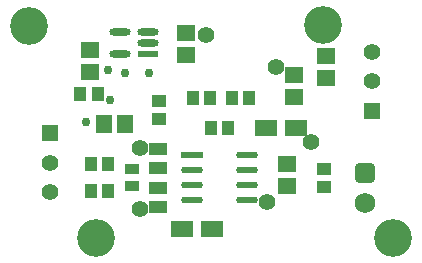
<source format=gts>
G04*
G04 #@! TF.GenerationSoftware,Altium Limited,Altium Designer,24.3.1 (35)*
G04*
G04 Layer_Color=8388736*
%FSLAX44Y44*%
%MOMM*%
G71*
G04*
G04 #@! TF.SameCoordinates,A55C384A-10D3-4AF3-AD7F-F2B73029A162*
G04*
G04*
G04 #@! TF.FilePolarity,Negative*
G04*
G01*
G75*
%ADD13R,1.2621X1.0046*%
%ADD14R,1.5562X1.4546*%
%ADD15R,1.0046X1.2621*%
%ADD16R,1.4546X1.5562*%
G04:AMPARAMS|DCode=17|XSize=1.8741mm|YSize=0.5421mm|CornerRadius=0.2711mm|HoleSize=0mm|Usage=FLASHONLY|Rotation=0.000|XOffset=0mm|YOffset=0mm|HoleType=Round|Shape=RoundedRectangle|*
%AMROUNDEDRECTD17*
21,1,1.8741,0.0000,0,0,0.0*
21,1,1.3319,0.5421,0,0,0.0*
1,1,0.5421,0.6660,0.0000*
1,1,0.5421,-0.6660,0.0000*
1,1,0.5421,-0.6660,0.0000*
1,1,0.5421,0.6660,0.0000*
%
%ADD17ROUNDEDRECTD17*%
%ADD18R,1.8741X0.5421*%
G04:AMPARAMS|DCode=20|XSize=1.8052mm|YSize=0.6121mm|CornerRadius=0.3061mm|HoleSize=0mm|Usage=FLASHONLY|Rotation=180.000|XOffset=0mm|YOffset=0mm|HoleType=Round|Shape=RoundedRectangle|*
%AMROUNDEDRECTD20*
21,1,1.8052,0.0000,0,0,180.0*
21,1,1.1931,0.6121,0,0,180.0*
1,1,0.6121,-0.5966,0.0000*
1,1,0.6121,0.5966,0.0000*
1,1,0.6121,0.5966,0.0000*
1,1,0.6121,-0.5966,0.0000*
%
%ADD20ROUNDEDRECTD20*%
%ADD21R,1.8052X0.6121*%
%ADD22R,1.2621X0.9578*%
%ADD24R,1.9500X1.4000*%
%ADD25R,1.5000X1.1000*%
%ADD26R,1.4000X1.4000*%
%ADD27C,1.4000*%
G04:AMPARAMS|DCode=28|XSize=1.75mm|YSize=1.75mm|CornerRadius=0.475mm|HoleSize=0mm|Usage=FLASHONLY|Rotation=270.000|XOffset=0mm|YOffset=0mm|HoleType=Round|Shape=RoundedRectangle|*
%AMROUNDEDRECTD28*
21,1,1.7500,0.8000,0,0,270.0*
21,1,0.8000,1.7500,0,0,270.0*
1,1,0.9500,-0.4000,-0.4000*
1,1,0.9500,-0.4000,0.4000*
1,1,0.9500,0.4000,0.4000*
1,1,0.9500,0.4000,-0.4000*
%
%ADD28ROUNDEDRECTD28*%
%ADD29C,1.7500*%
%ADD30C,3.1980*%
%ADD31C,1.4200*%
%ADD32C,0.7500*%
D13*
X557530Y328930D02*
D03*
Y313914D02*
D03*
X417830Y385968D02*
D03*
Y370952D02*
D03*
D14*
X359410Y429628D02*
D03*
Y411112D02*
D03*
X532130Y389522D02*
D03*
Y408038D02*
D03*
X558800Y424548D02*
D03*
Y406032D02*
D03*
X440690Y425082D02*
D03*
Y443598D02*
D03*
X525780Y314592D02*
D03*
Y333108D02*
D03*
D15*
X365648Y392430D02*
D03*
X350632D02*
D03*
X478902Y388620D02*
D03*
X493918D02*
D03*
X461122Y363220D02*
D03*
X476138D02*
D03*
X445994Y388620D02*
D03*
X461010D02*
D03*
X359522Y332740D02*
D03*
X374538D02*
D03*
X359522Y309880D02*
D03*
X374538D02*
D03*
D16*
X370472Y367030D02*
D03*
X388988D02*
D03*
D17*
X491791Y340360D02*
D03*
Y327660D02*
D03*
Y314960D02*
D03*
Y302260D02*
D03*
X445469D02*
D03*
Y314960D02*
D03*
Y327660D02*
D03*
D18*
Y340360D02*
D03*
D20*
X384735Y426110D02*
D03*
Y445110D02*
D03*
X407745D02*
D03*
Y435610D02*
D03*
D21*
Y426110D02*
D03*
D22*
X394970Y314038D02*
D03*
Y328582D02*
D03*
D24*
X533700Y363220D02*
D03*
X507700D02*
D03*
X462580Y278130D02*
D03*
X436580D02*
D03*
D25*
X416560Y296800D02*
D03*
Y312800D02*
D03*
Y345820D02*
D03*
Y329820D02*
D03*
D26*
X325120Y359010D02*
D03*
X598170Y377990D02*
D03*
D27*
X325120Y334010D02*
D03*
Y309010D02*
D03*
X598170Y427990D02*
D03*
Y402990D02*
D03*
D28*
X591820Y325120D02*
D03*
D29*
Y299720D02*
D03*
D30*
X307340Y449580D02*
D03*
X556260Y450850D02*
D03*
X615950Y270510D02*
D03*
X364490D02*
D03*
D31*
X401320Y294640D02*
D03*
Y346710D02*
D03*
X546100Y351790D02*
D03*
X516890Y415290D02*
D03*
X457200Y441960D02*
D03*
X509270Y300990D02*
D03*
D32*
X409356Y410210D02*
D03*
X388620D02*
D03*
X374180Y412477D02*
D03*
X375920Y387350D02*
D03*
X355600Y368300D02*
D03*
M02*

</source>
